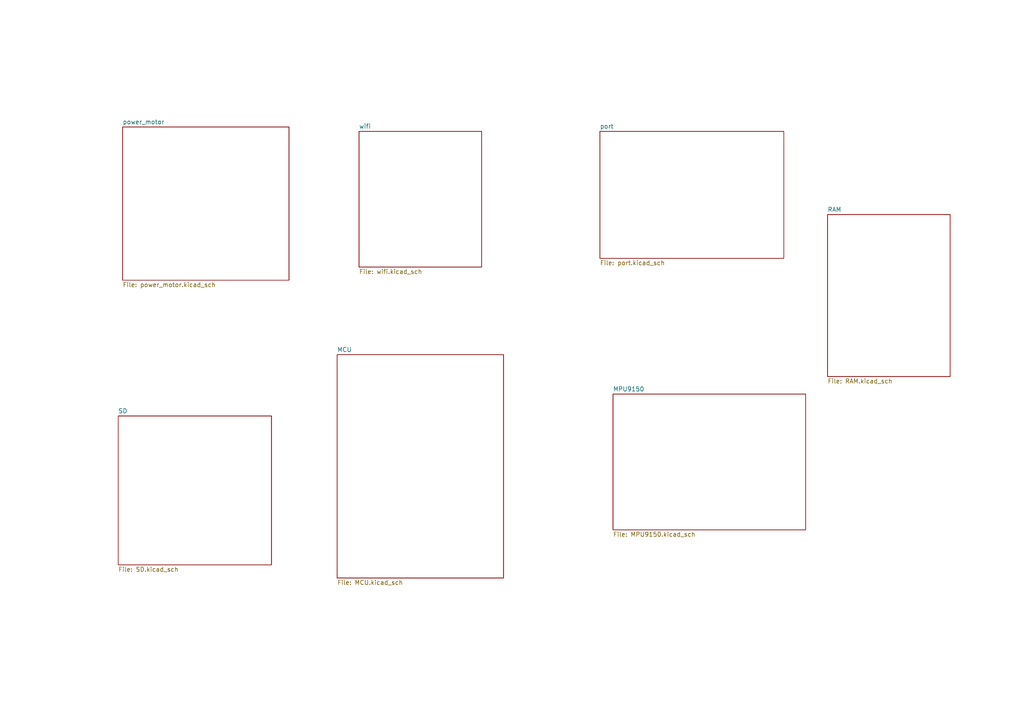
<source format=kicad_sch>
(kicad_sch (version 20211123) (generator eeschema)

  (uuid 0554bea0-89b2-4e25-9ea3-4c73921c94cb)

  (paper "A4")

  (title_block
    (title "Robotic navigation system ")
    (date "2/26/2022")
    (company "Solarwind robotics")
  )

  (lib_symbols
  )


  (sheet (at 173.99 38.1) (size 53.34 36.83) (fields_autoplaced)
    (stroke (width 0.1524) (type solid) (color 0 0 0 0))
    (fill (color 0 0 0 0.0000))
    (uuid 13c2785c-10db-4508-a4db-683298539e15)
    (property "Sheet name" "port" (id 0) (at 173.99 37.3884 0)
      (effects (font (size 1.27 1.27)) (justify left bottom))
    )
    (property "Sheet file" "port.kicad_sch" (id 1) (at 173.99 75.5146 0)
      (effects (font (size 1.27 1.27)) (justify left top))
    )
  )

  (sheet (at 104.14 38.1) (size 35.56 39.37) (fields_autoplaced)
    (stroke (width 0.1524) (type solid) (color 0 0 0 0))
    (fill (color 0 0 0 0.0000))
    (uuid 41810b97-7b19-426d-afae-4569285cab1a)
    (property "Sheet name" "wifi" (id 0) (at 104.14 37.3884 0)
      (effects (font (size 1.27 1.27)) (justify left bottom))
    )
    (property "Sheet file" "wifi.kicad_sch" (id 1) (at 104.14 78.0546 0)
      (effects (font (size 1.27 1.27)) (justify left top))
    )
  )

  (sheet (at 35.56 36.83) (size 48.26 44.45) (fields_autoplaced)
    (stroke (width 0.1524) (type solid) (color 0 0 0 0))
    (fill (color 0 0 0 0.0000))
    (uuid 4a89c2c9-d719-40b9-a2f2-052acfcdacdb)
    (property "Sheet name" "power_motor" (id 0) (at 35.56 36.1184 0)
      (effects (font (size 1.27 1.27)) (justify left bottom))
    )
    (property "Sheet file" "power_motor.kicad_sch" (id 1) (at 35.56 81.8646 0)
      (effects (font (size 1.27 1.27)) (justify left top))
    )
  )

  (sheet (at 177.8 114.3) (size 55.88 39.37) (fields_autoplaced)
    (stroke (width 0.1524) (type solid) (color 0 0 0 0))
    (fill (color 0 0 0 0.0000))
    (uuid 52a3cd93-86cf-4ed6-a12d-f0b62e8fb061)
    (property "Sheet name" "MPU9150" (id 0) (at 177.8 113.5884 0)
      (effects (font (size 1.27 1.27)) (justify left bottom))
    )
    (property "Sheet file" "MPU9150.kicad_sch" (id 1) (at 177.8 154.2546 0)
      (effects (font (size 1.27 1.27)) (justify left top))
    )
  )

  (sheet (at 240.03 62.23) (size 35.56 46.99) (fields_autoplaced)
    (stroke (width 0.1524) (type solid) (color 0 0 0 0))
    (fill (color 0 0 0 0.0000))
    (uuid 5df0c9ca-46f6-4475-a9d1-8444cc18938d)
    (property "Sheet name" "RAM" (id 0) (at 240.03 61.5184 0)
      (effects (font (size 1.27 1.27)) (justify left bottom))
    )
    (property "Sheet file" "RAM.kicad_sch" (id 1) (at 240.03 109.8046 0)
      (effects (font (size 1.27 1.27)) (justify left top))
    )
  )

  (sheet (at 97.79 102.87) (size 48.26 64.77) (fields_autoplaced)
    (stroke (width 0.1524) (type solid) (color 0 0 0 0))
    (fill (color 0 0 0 0.0000))
    (uuid 8a78edc4-8dc5-4e9b-bb29-02afe3cbe73f)
    (property "Sheet name" "MCU" (id 0) (at 97.79 102.1584 0)
      (effects (font (size 1.27 1.27)) (justify left bottom))
    )
    (property "Sheet file" "MCU.kicad_sch" (id 1) (at 97.79 168.2246 0)
      (effects (font (size 1.27 1.27)) (justify left top))
    )
  )

  (sheet (at 34.29 120.65) (size 44.45 43.18) (fields_autoplaced)
    (stroke (width 0.1524) (type solid) (color 0 0 0 0))
    (fill (color 0 0 0 0.0000))
    (uuid 980a298f-6e96-4bf1-85ed-f85d4e326bc7)
    (property "Sheet name" "SD" (id 0) (at 34.29 119.9384 0)
      (effects (font (size 1.27 1.27)) (justify left bottom))
    )
    (property "Sheet file" "SD.kicad_sch" (id 1) (at 34.29 164.4146 0)
      (effects (font (size 1.27 1.27)) (justify left top))
    )
  )

  (sheet_instances
    (path "/" (page "1"))
    (path "/8a78edc4-8dc5-4e9b-bb29-02afe3cbe73f" (page "2"))
    (path "/52a3cd93-86cf-4ed6-a12d-f0b62e8fb061" (page "3"))
    (path "/980a298f-6e96-4bf1-85ed-f85d4e326bc7" (page "4"))
    (path "/41810b97-7b19-426d-afae-4569285cab1a" (page "5"))
    (path "/4a89c2c9-d719-40b9-a2f2-052acfcdacdb" (page "6"))
    (path "/13c2785c-10db-4508-a4db-683298539e15" (page "7"))
    (path "/5df0c9ca-46f6-4475-a9d1-8444cc18938d" (page "8"))
  )

  (symbol_instances
    (path "/8a78edc4-8dc5-4e9b-bb29-02afe3cbe73f/8b688c2f-861b-4108-8969-8b2cf042b57c"
      (reference "#FLG01") (unit 1) (value "PWR_FLAG") (footprint "")
    )
    (path "/13c2785c-10db-4508-a4db-683298539e15/3e2c30b1-d0ea-4c47-aab4-bd6aefd01618"
      (reference "#FLG02") (unit 1) (value "PWR_FLAG") (footprint "")
    )
    (path "/41810b97-7b19-426d-afae-4569285cab1a/01b723ed-01ec-4059-89d9-44c42b4b48da"
      (reference "#FLG0101") (unit 1) (value "PWR_FLAG") (footprint "")
    )
    (path "/4a89c2c9-d719-40b9-a2f2-052acfcdacdb/fca20802-e4ab-4443-95cf-e6c8e5a5ce80"
      (reference "#FLG0102") (unit 1) (value "PWR_FLAG") (footprint "")
    )
    (path "/4a89c2c9-d719-40b9-a2f2-052acfcdacdb/6f7a1842-1643-44d4-95b8-6792de7f1cdb"
      (reference "#FLG0103") (unit 1) (value "PWR_FLAG") (footprint "")
    )
    (path "/8a78edc4-8dc5-4e9b-bb29-02afe3cbe73f/499f544d-2a54-48c1-b95a-04cb4df7b918"
      (reference "#FLG0104") (unit 1) (value "PWR_FLAG") (footprint "")
    )
    (path "/8a78edc4-8dc5-4e9b-bb29-02afe3cbe73f/7240e084-aee8-4754-95a7-da434a3a7ef4"
      (reference "#PWR01") (unit 1) (value "GND") (footprint "")
    )
    (path "/8a78edc4-8dc5-4e9b-bb29-02afe3cbe73f/777152b8-3442-45ef-9900-d8dcffbdbb5f"
      (reference "#PWR02") (unit 1) (value "+3.3V") (footprint "")
    )
    (path "/8a78edc4-8dc5-4e9b-bb29-02afe3cbe73f/736c03f6-5ba4-4aca-ab18-680eb6805fca"
      (reference "#PWR03") (unit 1) (value "GND") (footprint "")
    )
    (path "/8a78edc4-8dc5-4e9b-bb29-02afe3cbe73f/d810ca90-2c17-4398-b3d9-59646d49c27c"
      (reference "#PWR04") (unit 1) (value "GND") (footprint "")
    )
    (path "/8a78edc4-8dc5-4e9b-bb29-02afe3cbe73f/f6c30f41-c9c4-4610-8204-c0f7ccfb8226"
      (reference "#PWR05") (unit 1) (value "+3.3V") (footprint "")
    )
    (path "/8a78edc4-8dc5-4e9b-bb29-02afe3cbe73f/d1274dbe-9568-4c1f-b94e-df134382eb5c"
      (reference "#PWR06") (unit 1) (value "+3.3V") (footprint "")
    )
    (path "/8a78edc4-8dc5-4e9b-bb29-02afe3cbe73f/6f757d76-cd76-488f-b259-b3c18f413ac7"
      (reference "#PWR07") (unit 1) (value "GND") (footprint "")
    )
    (path "/41810b97-7b19-426d-afae-4569285cab1a/20da992a-4464-457a-a9ec-875d8bb9bf71"
      (reference "#PWR08") (unit 1) (value "VBUS") (footprint "")
    )
    (path "/8a78edc4-8dc5-4e9b-bb29-02afe3cbe73f/e862497f-9a8b-4719-bce5-f2a06ebd2561"
      (reference "#PWR09") (unit 1) (value "GND") (footprint "")
    )
    (path "/8a78edc4-8dc5-4e9b-bb29-02afe3cbe73f/a8243c64-869b-4b15-9ca4-a6d99e1fe0c0"
      (reference "#PWR010") (unit 1) (value "GND") (footprint "")
    )
    (path "/8a78edc4-8dc5-4e9b-bb29-02afe3cbe73f/f2e9fc48-aaae-450c-a681-83b83826f172"
      (reference "#PWR012") (unit 1) (value "+3.3V") (footprint "")
    )
    (path "/8a78edc4-8dc5-4e9b-bb29-02afe3cbe73f/55f218d7-9b23-4858-91c9-712e59ee2664"
      (reference "#PWR013") (unit 1) (value "+3.3V") (footprint "")
    )
    (path "/8a78edc4-8dc5-4e9b-bb29-02afe3cbe73f/0661b684-7e3d-42a5-be03-c3908ba0435e"
      (reference "#PWR014") (unit 1) (value "VBUS") (footprint "")
    )
    (path "/8a78edc4-8dc5-4e9b-bb29-02afe3cbe73f/b3dcaf26-ae1c-41a3-9efe-5224c6370f34"
      (reference "#PWR015") (unit 1) (value "+3.3V") (footprint "")
    )
    (path "/8a78edc4-8dc5-4e9b-bb29-02afe3cbe73f/9f20e76a-e96c-4960-bcab-6c3887af2bd0"
      (reference "#PWR016") (unit 1) (value "GND") (footprint "")
    )
    (path "/8a78edc4-8dc5-4e9b-bb29-02afe3cbe73f/f57a61a3-d3a0-4704-9280-582a644044af"
      (reference "#PWR017") (unit 1) (value "GND") (footprint "")
    )
    (path "/8a78edc4-8dc5-4e9b-bb29-02afe3cbe73f/1cc96851-26e9-4eda-9569-09f8006bddc7"
      (reference "#PWR018") (unit 1) (value "+3.3V") (footprint "")
    )
    (path "/8a78edc4-8dc5-4e9b-bb29-02afe3cbe73f/b640847a-cc2f-4a25-bf07-14434ae8ea55"
      (reference "#PWR019") (unit 1) (value "GND") (footprint "")
    )
    (path "/8a78edc4-8dc5-4e9b-bb29-02afe3cbe73f/385d3c45-d712-472d-aeea-72108861a5d9"
      (reference "#PWR020") (unit 1) (value "GND") (footprint "")
    )
    (path "/52a3cd93-86cf-4ed6-a12d-f0b62e8fb061/02a3e16a-c83a-4e48-a193-6709c15c26aa"
      (reference "#PWR021") (unit 1) (value "+3.3V") (footprint "")
    )
    (path "/52a3cd93-86cf-4ed6-a12d-f0b62e8fb061/b708c312-c3d7-4d58-a04b-c307509fec12"
      (reference "#PWR022") (unit 1) (value "GND") (footprint "")
    )
    (path "/980a298f-6e96-4bf1-85ed-f85d4e326bc7/03fab5ba-0187-4554-b41e-88f269d4cf23"
      (reference "#PWR023") (unit 1) (value "+3.3V") (footprint "")
    )
    (path "/41810b97-7b19-426d-afae-4569285cab1a/dbd1ea47-d5d5-4683-a876-5af48b8e32c4"
      (reference "#PWR024") (unit 1) (value "+3.3V") (footprint "")
    )
    (path "/41810b97-7b19-426d-afae-4569285cab1a/508580d5-aa8e-4b89-8081-d687e1ee2adb"
      (reference "#PWR025") (unit 1) (value "GND") (footprint "")
    )
    (path "/41810b97-7b19-426d-afae-4569285cab1a/08b4243c-d282-49c8-88c8-36a22aaf67be"
      (reference "#PWR026") (unit 1) (value "GND") (footprint "")
    )
    (path "/980a298f-6e96-4bf1-85ed-f85d4e326bc7/8012d703-6bc0-466d-a2c2-f474aeac5c96"
      (reference "#PWR027") (unit 1) (value "GND") (footprint "")
    )
    (path "/41810b97-7b19-426d-afae-4569285cab1a/d3117549-10fe-4839-8065-05e2c4e04536"
      (reference "#PWR028") (unit 1) (value "VBUS") (footprint "")
    )
    (path "/13c2785c-10db-4508-a4db-683298539e15/e282c252-f1f6-487a-be87-97f5fdbbd5d4"
      (reference "#PWR029") (unit 1) (value "VBUS") (footprint "")
    )
    (path "/13c2785c-10db-4508-a4db-683298539e15/f9347057-57c1-4c16-8420-4259a4ecff59"
      (reference "#PWR030") (unit 1) (value "+BATT") (footprint "")
    )
    (path "/13c2785c-10db-4508-a4db-683298539e15/eef49958-1161-48bb-ac67-80b460918f65"
      (reference "#PWR031") (unit 1) (value "GND") (footprint "")
    )
    (path "/4a89c2c9-d719-40b9-a2f2-052acfcdacdb/9a478430-ad52-49b5-86b1-3a2045320265"
      (reference "#PWR032") (unit 1) (value "GND") (footprint "")
    )
    (path "/4a89c2c9-d719-40b9-a2f2-052acfcdacdb/766f2ffc-99dd-46ec-ad8e-28f77c1244bd"
      (reference "#PWR033") (unit 1) (value "VBUS") (footprint "")
    )
    (path "/4a89c2c9-d719-40b9-a2f2-052acfcdacdb/959c1a19-9e6f-475c-bec7-5f078cf68cd0"
      (reference "#PWR034") (unit 1) (value "GND") (footprint "")
    )
    (path "/4a89c2c9-d719-40b9-a2f2-052acfcdacdb/b6642143-74eb-443e-9bce-b9ad9b2f99a5"
      (reference "#PWR035") (unit 1) (value "+3.3V") (footprint "")
    )
    (path "/4a89c2c9-d719-40b9-a2f2-052acfcdacdb/a83a1007-314c-4ede-a6a6-32829dfa64ef"
      (reference "#PWR036") (unit 1) (value "GND") (footprint "")
    )
    (path "/4a89c2c9-d719-40b9-a2f2-052acfcdacdb/2a85e071-df0f-499e-8eb7-610dc56310d6"
      (reference "#PWR037") (unit 1) (value "GND") (footprint "")
    )
    (path "/4a89c2c9-d719-40b9-a2f2-052acfcdacdb/9595fdfa-47ee-4f2b-8412-f013f7315fd4"
      (reference "#PWR038") (unit 1) (value "VBUS") (footprint "")
    )
    (path "/4a89c2c9-d719-40b9-a2f2-052acfcdacdb/970a683d-9531-4c94-8306-6f773ad45df6"
      (reference "#PWR039") (unit 1) (value "VBUS") (footprint "")
    )
    (path "/4a89c2c9-d719-40b9-a2f2-052acfcdacdb/2cda8631-9f46-4774-a380-fa4fb6f019e5"
      (reference "#PWR040") (unit 1) (value "GND") (footprint "")
    )
    (path "/4a89c2c9-d719-40b9-a2f2-052acfcdacdb/7ba9a7d4-c6c8-404a-863d-c0e445ccd889"
      (reference "#PWR041") (unit 1) (value "GND") (footprint "")
    )
    (path "/4a89c2c9-d719-40b9-a2f2-052acfcdacdb/fac34988-ec54-4594-85c6-e1f0b46e5b86"
      (reference "#PWR042") (unit 1) (value "GND") (footprint "")
    )
    (path "/13c2785c-10db-4508-a4db-683298539e15/cad660ee-c88e-4d33-ae98-36f5a70a0bcc"
      (reference "#PWR043") (unit 1) (value "GND") (footprint "")
    )
    (path "/13c2785c-10db-4508-a4db-683298539e15/337e0e69-6dea-4c16-bced-815445a31f3b"
      (reference "#PWR044") (unit 1) (value "GND") (footprint "")
    )
    (path "/13c2785c-10db-4508-a4db-683298539e15/07e34ad5-a968-46b2-b5c1-001e823d7fcf"
      (reference "#PWR045") (unit 1) (value "VBUS") (footprint "")
    )
    (path "/13c2785c-10db-4508-a4db-683298539e15/5c5553a3-694f-4ac8-8074-9c5edc17b2d8"
      (reference "#PWR046") (unit 1) (value "GND") (footprint "")
    )
    (path "/4a89c2c9-d719-40b9-a2f2-052acfcdacdb/8c576bc3-b2e9-4c14-8168-157b3cda2c79"
      (reference "#PWR047") (unit 1) (value "GND") (footprint "")
    )
    (path "/13c2785c-10db-4508-a4db-683298539e15/3c32e9d4-23bc-4519-be30-2ab8ee59b7b0"
      (reference "#PWR048") (unit 1) (value "+3.3V") (footprint "")
    )
    (path "/13c2785c-10db-4508-a4db-683298539e15/b204ee96-95bc-49ea-8dd5-442e6aa0d1b4"
      (reference "#PWR049") (unit 1) (value "GND") (footprint "")
    )
    (path "/4a89c2c9-d719-40b9-a2f2-052acfcdacdb/47b5a8a6-104f-472a-8af8-4667aac2e084"
      (reference "#PWR051") (unit 1) (value "VBUS") (footprint "")
    )
    (path "/4a89c2c9-d719-40b9-a2f2-052acfcdacdb/6b97633b-3b3d-462f-afc0-c893e0cfda97"
      (reference "#PWR052") (unit 1) (value "GND") (footprint "")
    )
    (path "/13c2785c-10db-4508-a4db-683298539e15/e997a02f-dee2-4ccd-b846-f82dfa4f86f9"
      (reference "#PWR053") (unit 1) (value "VBUS") (footprint "")
    )
    (path "/5df0c9ca-46f6-4475-a9d1-8444cc18938d/caa3a53f-0e33-4e0f-827d-836d9bb38b7e"
      (reference "#PWR054") (unit 1) (value "+3.3V") (footprint "")
    )
    (path "/5df0c9ca-46f6-4475-a9d1-8444cc18938d/96932363-f391-46de-9938-912a8739d318"
      (reference "#PWR055") (unit 1) (value "GND") (footprint "")
    )
    (path "/5df0c9ca-46f6-4475-a9d1-8444cc18938d/a2b11d9f-8708-4447-97e3-6964d710d398"
      (reference "#PWR056") (unit 1) (value "GND") (footprint "")
    )
    (path "/8a78edc4-8dc5-4e9b-bb29-02afe3cbe73f/63525997-a711-4695-9388-84426081c76e"
      (reference "#PWR057") (unit 1) (value "GND") (footprint "")
    )
    (path "/4a89c2c9-d719-40b9-a2f2-052acfcdacdb/5f42312d-31e4-4316-a473-b535a2b4da97"
      (reference "#PWR063") (unit 1) (value "GND") (footprint "")
    )
    (path "/4a89c2c9-d719-40b9-a2f2-052acfcdacdb/0aa3beed-33f5-4121-ac3c-bfca1445c8a8"
      (reference "#PWR065") (unit 1) (value "VBUS") (footprint "")
    )
    (path "/4a89c2c9-d719-40b9-a2f2-052acfcdacdb/c67c40cd-214e-4852-807f-21c7596825b0"
      (reference "#PWR066") (unit 1) (value "GND") (footprint "")
    )
    (path "/8a78edc4-8dc5-4e9b-bb29-02afe3cbe73f/2c18f9c3-059f-4a07-87a0-af43433fb013"
      (reference "#PWR0101") (unit 1) (value "GND") (footprint "")
    )
    (path "/8a78edc4-8dc5-4e9b-bb29-02afe3cbe73f/114a1e8b-5932-447e-9c0f-3d8e1fbc7d14"
      (reference "#PWR0102") (unit 1) (value "+3.3V") (footprint "")
    )
    (path "/8a78edc4-8dc5-4e9b-bb29-02afe3cbe73f/e9fac2ae-4eab-4afe-af2c-3ae59c15217e"
      (reference "#PWR0103") (unit 1) (value "GND") (footprint "")
    )
    (path "/4a89c2c9-d719-40b9-a2f2-052acfcdacdb/5d1d6688-941c-44e3-a3b4-e4ae8a9b97d6"
      (reference "#PWR0107") (unit 1) (value "+BATT") (footprint "")
    )
    (path "/8a78edc4-8dc5-4e9b-bb29-02afe3cbe73f/94455968-4cb8-4c9b-bfe3-bab567e91d45"
      (reference "C1") (unit 1) (value "100nf") (footprint "Capacitor_SMD:C_0402_1005Metric_Pad0.74x0.62mm_HandSolder")
    )
    (path "/8a78edc4-8dc5-4e9b-bb29-02afe3cbe73f/30a36763-1c08-42a4-8b10-9f8a2cb80617"
      (reference "C2") (unit 1) (value "100nf") (footprint "Capacitor_SMD:C_0402_1005Metric_Pad0.74x0.62mm_HandSolder")
    )
    (path "/8a78edc4-8dc5-4e9b-bb29-02afe3cbe73f/069b2b27-346a-4e03-9f46-a64869d3367a"
      (reference "C3") (unit 1) (value "10p") (footprint "Capacitor_SMD:C_0402_1005Metric_Pad0.74x0.62mm_HandSolder")
    )
    (path "/8a78edc4-8dc5-4e9b-bb29-02afe3cbe73f/eec9e786-acf6-461c-bf1c-0cf8397a696a"
      (reference "C4") (unit 1) (value "10u") (footprint "Capacitor_SMD:C_0603_1608Metric_Pad1.08x0.95mm_HandSolder")
    )
    (path "/8a78edc4-8dc5-4e9b-bb29-02afe3cbe73f/210d7377-76b3-4726-b265-828e9374da8d"
      (reference "C5") (unit 1) (value "100nf") (footprint "Capacitor_SMD:C_0402_1005Metric_Pad0.74x0.62mm_HandSolder")
    )
    (path "/8a78edc4-8dc5-4e9b-bb29-02afe3cbe73f/67ad2abb-954d-42b9-9de5-c3649f52fe28"
      (reference "C6") (unit 1) (value "100nf") (footprint "Capacitor_SMD:C_0402_1005Metric_Pad0.74x0.62mm_HandSolder")
    )
    (path "/8a78edc4-8dc5-4e9b-bb29-02afe3cbe73f/8b41e331-8f0f-424e-8877-c04b6090701c"
      (reference "C7") (unit 1) (value "100nf") (footprint "Capacitor_SMD:C_0402_1005Metric_Pad0.74x0.62mm_HandSolder")
    )
    (path "/8a78edc4-8dc5-4e9b-bb29-02afe3cbe73f/208d70c0-3659-4138-b26c-4188d632b1a8"
      (reference "C8") (unit 1) (value "10p") (footprint "Capacitor_SMD:C_0402_1005Metric_Pad0.74x0.62mm_HandSolder")
    )
    (path "/8a78edc4-8dc5-4e9b-bb29-02afe3cbe73f/f95c6a32-bb04-433f-be44-455d16af8715"
      (reference "C9") (unit 1) (value "10n") (footprint "Capacitor_SMD:C_0402_1005Metric_Pad0.74x0.62mm_HandSolder")
    )
    (path "/8a78edc4-8dc5-4e9b-bb29-02afe3cbe73f/8c64ab9d-dae9-4ee2-ad85-d376af39d6fa"
      (reference "C10") (unit 1) (value "4.7uf") (footprint "Capacitor_SMD:C_0805_2012Metric_Pad1.18x1.45mm_HandSolder")
    )
    (path "/41810b97-7b19-426d-afae-4569285cab1a/d5095408-b39c-4147-bec8-67143e238de2"
      (reference "C11") (unit 1) (value "4.7uf") (footprint "Capacitor_SMD:C_0805_2012Metric_Pad1.18x1.45mm_HandSolder")
    )
    (path "/52a3cd93-86cf-4ed6-a12d-f0b62e8fb061/53abbc81-4fc2-492e-8a58-d8363918c3e7"
      (reference "C12") (unit 1) (value "1u") (footprint "Capacitor_SMD:C_0603_1608Metric_Pad1.08x0.95mm_HandSolder")
    )
    (path "/41810b97-7b19-426d-afae-4569285cab1a/5f5e5570-3d57-4bb5-823b-e1affed520db"
      (reference "C13") (unit 1) (value "100nF") (footprint "Capacitor_SMD:C_0805_2012Metric_Pad1.18x1.45mm_HandSolder")
    )
    (path "/52a3cd93-86cf-4ed6-a12d-f0b62e8fb061/ea730626-31c7-4bf1-a59f-b6656e36b0b3"
      (reference "C14") (unit 1) (value "1u") (footprint "Capacitor_SMD:C_0603_1608Metric_Pad1.08x0.95mm_HandSolder")
    )
    (path "/41810b97-7b19-426d-afae-4569285cab1a/002fc51c-be63-4530-a8ad-239e2be5a71e"
      (reference "C15") (unit 1) (value "4.7uf") (footprint "Capacitor_SMD:C_0805_2012Metric_Pad1.18x1.45mm_HandSolder")
    )
    (path "/41810b97-7b19-426d-afae-4569285cab1a/9521a191-37b0-4fd7-ac06-c403b98e355c"
      (reference "C16") (unit 1) (value "100nF") (footprint "Capacitor_SMD:C_0805_2012Metric_Pad1.18x1.45mm_HandSolder")
    )
    (path "/8a78edc4-8dc5-4e9b-bb29-02afe3cbe73f/926cfb27-8730-472b-8023-8fb404bbcba7"
      (reference "C17") (unit 1) (value "15P") (footprint "Capacitor_SMD:C_0402_1005Metric_Pad0.74x0.62mm_HandSolder")
    )
    (path "/52a3cd93-86cf-4ed6-a12d-f0b62e8fb061/570ef770-32d8-4ee9-9b18-13b9b5c75bb6"
      (reference "C18") (unit 1) (value "1u") (footprint "Capacitor_SMD:C_0603_1608Metric_Pad1.08x0.95mm_HandSolder")
    )
    (path "/52a3cd93-86cf-4ed6-a12d-f0b62e8fb061/1a2eeca1-ef3e-4839-8265-83e9b12615e8"
      (reference "C19") (unit 1) (value "1u") (footprint "Capacitor_SMD:C_0603_1608Metric_Pad1.08x0.95mm_HandSolder")
    )
    (path "/4a89c2c9-d719-40b9-a2f2-052acfcdacdb/5befb34f-3460-4858-8479-4dbd9dc5493d"
      (reference "C20") (unit 1) (value "22u") (footprint "Capacitor_SMD:C_0805_2012Metric_Pad1.18x1.45mm_HandSolder")
    )
    (path "/980a298f-6e96-4bf1-85ed-f85d4e326bc7/6c29bd52-28a0-4410-aa39-8fbeeccaf618"
      (reference "C21") (unit 1) (value "100nf") (footprint "Capacitor_SMD:C_0402_1005Metric_Pad0.74x0.62mm_HandSolder")
    )
    (path "/41810b97-7b19-426d-afae-4569285cab1a/968e6630-2dbb-48e8-867f-710a4c039cc4"
      (reference "C22") (unit 1) (value "100nf") (footprint "Capacitor_SMD:C_0402_1005Metric_Pad0.74x0.62mm_HandSolder")
    )
    (path "/4a89c2c9-d719-40b9-a2f2-052acfcdacdb/c143f064-a3cd-4429-b522-7b50e1ca7561"
      (reference "C23") (unit 1) (value "22u") (footprint "Capacitor_SMD:C_0805_2012Metric_Pad1.18x1.45mm_HandSolder")
    )
    (path "/8a78edc4-8dc5-4e9b-bb29-02afe3cbe73f/1f9fa16e-acf4-45cd-a553-4d6cceff5516"
      (reference "C24") (unit 1) (value "15P") (footprint "Capacitor_SMD:C_0402_1005Metric_Pad0.74x0.62mm_HandSolder")
    )
    (path "/4a89c2c9-d719-40b9-a2f2-052acfcdacdb/082586ae-a057-4075-88a8-a21f054384b1"
      (reference "C25") (unit 1) (value "4.7uf") (footprint "Capacitor_SMD:C_0805_2012Metric_Pad1.18x1.45mm_HandSolder")
    )
    (path "/4a89c2c9-d719-40b9-a2f2-052acfcdacdb/9365338f-4126-4ddb-9df8-1a3ffa3f3c5c"
      (reference "C26") (unit 1) (value "4.7uf") (footprint "Capacitor_SMD:C_0805_2012Metric_Pad1.18x1.45mm_HandSolder")
    )
    (path "/4a89c2c9-d719-40b9-a2f2-052acfcdacdb/9df9c653-adc0-49aa-8dd4-79a63d6d474d"
      (reference "C27") (unit 1) (value "10nF") (footprint "Capacitor_SMD:C_0402_1005Metric_Pad0.74x0.62mm_HandSolder")
    )
    (path "/4a89c2c9-d719-40b9-a2f2-052acfcdacdb/22b97e87-a35e-4418-bfd1-c69842ef0603"
      (reference "C28") (unit 1) (value "10nF") (footprint "Capacitor_SMD:C_0402_1005Metric_Pad0.74x0.62mm_HandSolder")
    )
    (path "/4a89c2c9-d719-40b9-a2f2-052acfcdacdb/ba5eb586-59f5-4d11-9da8-d978e580b4a0"
      (reference "C29") (unit 1) (value "100nF") (footprint "Capacitor_SMD:C_0805_2012Metric_Pad1.18x1.45mm_HandSolder")
    )
    (path "/4a89c2c9-d719-40b9-a2f2-052acfcdacdb/b3c962b7-9648-462e-88be-6f8dfa180825"
      (reference "C30") (unit 1) (value "1nF") (footprint "Capacitor_SMD:C_0603_1608Metric_Pad1.08x0.95mm_HandSolder")
    )
    (path "/4a89c2c9-d719-40b9-a2f2-052acfcdacdb/a2d7aae7-539c-466d-8cca-aff9f7259b29"
      (reference "C31") (unit 1) (value "220UF/50V") (footprint "Capacitor_SMD:C_Elec_10x10.2")
    )
    (path "/4a89c2c9-d719-40b9-a2f2-052acfcdacdb/741c4e02-f87b-4215-90da-c12893529b95"
      (reference "C32") (unit 1) (value "47pF") (footprint "Capacitor_SMD:C_0603_1608Metric_Pad1.08x0.95mm_HandSolder")
    )
    (path "/4a89c2c9-d719-40b9-a2f2-052acfcdacdb/f46536e5-f1e2-41b3-858b-6575e6f470e8"
      (reference "C33") (unit 1) (value "47uF") (footprint "Capacitor_SMD:C_1206_3216Metric_Pad1.33x1.80mm_HandSolder")
    )
    (path "/4a89c2c9-d719-40b9-a2f2-052acfcdacdb/7c0a751d-f2f0-46ce-ae9e-1a62222fcb8c"
      (reference "C34") (unit 1) (value "47uF") (footprint "Capacitor_SMD:C_1206_3216Metric_Pad1.33x1.80mm_HandSolder")
    )
    (path "/4a89c2c9-d719-40b9-a2f2-052acfcdacdb/01076ed7-a853-46e8-b08c-3ee4571e60fd"
      (reference "C35") (unit 1) (value "220UF/50V") (footprint "Capacitor_SMD:C_Elec_10x10.2")
    )
    (path "/4a89c2c9-d719-40b9-a2f2-052acfcdacdb/c788577a-7a75-48aa-9818-fcab45c9e44f"
      (reference "C36") (unit 1) (value "220UF/50V") (footprint "Capacitor_SMD:C_Elec_10x10.2")
    )
    (path "/5df0c9ca-46f6-4475-a9d1-8444cc18938d/4419f8cc-e053-41a9-83fd-46152271eb7c"
      (reference "C37") (unit 1) (value "100nf") (footprint "Capacitor_SMD:C_0402_1005Metric_Pad0.74x0.62mm_HandSolder")
    )
    (path "/8a78edc4-8dc5-4e9b-bb29-02afe3cbe73f/e79d7fb9-a86d-4ab9-b08c-6a3c71d0f5c3"
      (reference "D1") (unit 1) (value "RED") (footprint "LED_SMD:LED_0603_1608Metric")
    )
    (path "/8a78edc4-8dc5-4e9b-bb29-02afe3cbe73f/c0dd9ca7-3116-43a7-a3a7-fc6d1d65d274"
      (reference "D2") (unit 1) (value "SS34") (footprint "Diode_SMD:D_SMA")
    )
    (path "/41810b97-7b19-426d-afae-4569285cab1a/e814650e-6147-4337-8373-caefa3c9532f"
      (reference "D3") (unit 1) (value "D_Dual_Series_CAK_Split") (footprint "Diode_SMD:D_SOD-123")
    )
    (path "/41810b97-7b19-426d-afae-4569285cab1a/bd604e31-aa6d-4105-92b8-23c789c5ec27"
      (reference "D4") (unit 1) (value "D_Dual_Series_CAK_Split") (footprint "Diode_SMD:D_SOD-123")
    )
    (path "/4a89c2c9-d719-40b9-a2f2-052acfcdacdb/a479abc0-3d9b-42c7-9953-d4d2b7099a90"
      (reference "D5") (unit 1) (value "SS54") (footprint "Diode_SMD:D_SMA")
    )
    (path "/4a89c2c9-d719-40b9-a2f2-052acfcdacdb/91d8c6fa-13b4-4134-855c-003d53627f8e"
      (reference "D6") (unit 1) (value "SS34") (footprint "Diode_SMD:D_SMA")
    )
    (path "/4a89c2c9-d719-40b9-a2f2-052acfcdacdb/5cddc709-0145-4e4d-86a8-ed37ec4c9ce6"
      (reference "D7") (unit 1) (value "SS34") (footprint "Diode_SMD:D_SMA")
    )
    (path "/4a89c2c9-d719-40b9-a2f2-052acfcdacdb/98173b29-45b9-48fb-a627-619bd32ade24"
      (reference "D8") (unit 1) (value "SS34") (footprint "Diode_SMD:D_SMA")
    )
    (path "/4a89c2c9-d719-40b9-a2f2-052acfcdacdb/7313690e-c228-44aa-ae41-03352144877e"
      (reference "D9") (unit 1) (value "SS34") (footprint "Diode_SMD:D_SMA")
    )
    (path "/4a89c2c9-d719-40b9-a2f2-052acfcdacdb/70ffadd4-a7a5-4c8b-ae7d-a25045f255ce"
      (reference "D10") (unit 1) (value "SS34") (footprint "Diode_SMD:D_SMA")
    )
    (path "/4a89c2c9-d719-40b9-a2f2-052acfcdacdb/177e2b46-f664-4273-ac52-bee62d01c6c7"
      (reference "D11") (unit 1) (value "SS34") (footprint "Diode_SMD:D_SMA")
    )
    (path "/4a89c2c9-d719-40b9-a2f2-052acfcdacdb/d1be3e42-63ac-4726-8f2f-c865a99d8ae7"
      (reference "D12") (unit 1) (value "SS34") (footprint "Diode_SMD:D_SMA")
    )
    (path "/4a89c2c9-d719-40b9-a2f2-052acfcdacdb/36db4373-419b-42bc-8f76-6ce2a39d0223"
      (reference "D13") (unit 1) (value "SS34") (footprint "Diode_SMD:D_SMA")
    )
    (path "/4a89c2c9-d719-40b9-a2f2-052acfcdacdb/2bc72f03-ea9f-45b8-8712-614cfedd81d7"
      (reference "D14") (unit 1) (value "SS34") (footprint "Diode_SMD:D_SMA")
    )
    (path "/4a89c2c9-d719-40b9-a2f2-052acfcdacdb/3e58c31d-0a87-4ce5-ac61-a6381563e575"
      (reference "D15") (unit 1) (value "SS34") (footprint "Diode_SMD:D_SMA")
    )
    (path "/4a89c2c9-d719-40b9-a2f2-052acfcdacdb/878ac6ac-fc3a-4005-bb87-29cd71fcd60a"
      (reference "D16") (unit 1) (value "SS34") (footprint "Diode_SMD:D_SMA")
    )
    (path "/4a89c2c9-d719-40b9-a2f2-052acfcdacdb/2afb7490-9538-4951-8bfe-f691eec42296"
      (reference "D17") (unit 1) (value "SS34") (footprint "Diode_SMD:D_SMA")
    )
    (path "/4a89c2c9-d719-40b9-a2f2-052acfcdacdb/da2bb33e-3cbe-4fbb-880c-2375a02e66f0"
      (reference "D18") (unit 1) (value "SS34") (footprint "Diode_SMD:D_SMA")
    )
    (path "/4a89c2c9-d719-40b9-a2f2-052acfcdacdb/3ec558a0-2261-4d53-b104-c3945194c70b"
      (reference "D19") (unit 1) (value "SS34") (footprint "Diode_SMD:D_SMA")
    )
    (path "/4a89c2c9-d719-40b9-a2f2-052acfcdacdb/9d06366e-2acc-4397-bda7-d97b25fc4251"
      (reference "D20") (unit 1) (value "SS34") (footprint "Diode_SMD:D_SMA")
    )
    (path "/4a89c2c9-d719-40b9-a2f2-052acfcdacdb/3f54055a-40e1-408d-8a2a-3d7966aab791"
      (reference "D21") (unit 1) (value "SS34") (footprint "Diode_SMD:D_SMA")
    )
    (path "/4a89c2c9-d719-40b9-a2f2-052acfcdacdb/ecb95ee2-ea85-4565-9564-7934a02debbf"
      (reference "D22") (unit 1) (value "SS34") (footprint "Diode_SMD:D_SMA")
    )
    (path "/4a89c2c9-d719-40b9-a2f2-052acfcdacdb/3885b6ba-6dbe-4a1f-b460-f4c2ee254cb6"
      (reference "D23") (unit 1) (value "D_TVS") (footprint "Diode_SMD:D_SMA")
    )
    (path "/4a89c2c9-d719-40b9-a2f2-052acfcdacdb/708e3d19-ea0b-4761-a572-30018d5417b3"
      (reference "D24") (unit 1) (value "D_TVS") (footprint "Diode_SMD:D_SMA")
    )
    (path "/8a78edc4-8dc5-4e9b-bb29-02afe3cbe73f/56a070f3-094f-4d04-8a5a-a6c910dcd524"
      (reference "D25") (unit 1) (value "SP0503BAHT") (footprint "Package_TO_SOT_SMD:SOT-143")
    )
    (path "/13c2785c-10db-4508-a4db-683298539e15/f44d0fd0-6110-4664-89f5-62cd5dc46584"
      (reference "H1") (unit 1) (value "MountingHole") (footprint "MountingHole:MountingHole_2.2mm_M2")
    )
    (path "/13c2785c-10db-4508-a4db-683298539e15/aa63bb77-f547-4438-91ee-e663c938ecbf"
      (reference "H2") (unit 1) (value "MountingHole") (footprint "MountingHole:MountingHole_2.2mm_M2")
    )
    (path "/13c2785c-10db-4508-a4db-683298539e15/84073ab5-430f-47f2-b200-286ac184f43b"
      (reference "H3") (unit 1) (value "MountingHole") (footprint "MountingHole:MountingHole_2.2mm_M2")
    )
    (path "/13c2785c-10db-4508-a4db-683298539e15/56d6706b-c3c4-4062-8eb6-dfeec4822e53"
      (reference "H4") (unit 1) (value "MountingHole") (footprint "MountingHole:MountingHole_2.2mm_M2")
    )
    (path "/980a298f-6e96-4bf1-85ed-f85d4e326bc7/b2e451ad-59b4-4cea-a7ab-354c0a327a26"
      (reference "J1") (unit 1) (value "Micro_SD_Card") (footprint "Connector_Card:SUNTECH_ST-TF-003A")
    )
    (path "/8a78edc4-8dc5-4e9b-bb29-02afe3cbe73f/b6b454da-4517-46b8-a73a-612a0cea58fc"
      (reference "J2") (unit 1) (value "3.3V") (footprint "Connector_PinHeader_2.54mm:PinHeader_1x04_P2.54mm_Vertical")
    )
    (path "/8a78edc4-8dc5-4e9b-bb29-02afe3cbe73f/3d8e4781-bbb2-48dd-aa02-b28300ef5d12"
      (reference "J3") (unit 1) (value "3.3V") (footprint "Connector_PinHeader_2.54mm:PinHeader_1x04_P2.54mm_Vertical")
    )
    (path "/8a78edc4-8dc5-4e9b-bb29-02afe3cbe73f/2638b2dc-db99-4b3b-bea6-b2d801b3e56c"
      (reference "J4") (unit 1) (value "USB_B_Micro") (footprint "Connector_USB:USB_Micro-B_Amphenol_10118194_Horizontal")
    )
    (path "/13c2785c-10db-4508-a4db-683298539e15/42acc9a0-d1b8-43fa-9bbb-8800642e6d0f"
      (reference "J5") (unit 1) (value "SVG") (footprint "Connector_PinHeader_2.54mm:PinHeader_1x03_P2.54mm_Vertical")
    )
    (path "/13c2785c-10db-4508-a4db-683298539e15/538c67e3-ea25-4644-a03a-c9fecdf5be72"
      (reference "J6") (unit 1) (value "SVG") (footprint "Connector_PinHeader_2.54mm:PinHeader_1x03_P2.54mm_Vertical")
    )
    (path "/13c2785c-10db-4508-a4db-683298539e15/7c2b5d43-df0e-45f3-9932-085d961c810d"
      (reference "J7") (unit 1) (value "+/GND") (footprint "TerminalBlock_Phoenix:TerminalBlock_Phoenix_MPT-0,5-2-2.54_1x02_P2.54mm_Horizontal")
    )
    (path "/13c2785c-10db-4508-a4db-683298539e15/7a254fe0-2e3d-4757-94a8-e8063c9b286a"
      (reference "J8") (unit 1) (value "1+1-2+2-") (footprint "TerminalBlock_Phoenix:TerminalBlock_Phoenix_MPT-0,5-4-2.54_1x04_P2.54mm_Horizontal")
    )
    (path "/13c2785c-10db-4508-a4db-683298539e15/7cf75264-29e7-4e7d-978d-d3801bc8009f"
      (reference "J9") (unit 1) (value "3+3-4+4-") (footprint "TerminalBlock_Phoenix:TerminalBlock_Phoenix_MPT-0,5-4-2.54_1x04_P2.54mm_Horizontal")
    )
    (path "/13c2785c-10db-4508-a4db-683298539e15/2cb39711-2bec-416a-ac55-a5bd8412ac4c"
      (reference "J10") (unit 1) (value "SVG") (footprint "Connector_PinHeader_2.54mm:PinHeader_1x03_P2.54mm_Vertical")
    )
    (path "/13c2785c-10db-4508-a4db-683298539e15/c1c70c5c-a1d4-4b37-aee3-3c7878cdc414"
      (reference "J11") (unit 1) (value "3.3V,NS,SCK,MI,MO,GND") (footprint "Connector_PinHeader_2.54mm:PinHeader_1x06_P2.54mm_Vertical")
    )
    (path "/13c2785c-10db-4508-a4db-683298539e15/c48cfa87-d7ce-4dfd-a3f5-405cb7b501f2"
      (reference "J13") (unit 1) (value "Conn_01x04_Male") (footprint "Connector_PinHeader_2.54mm:PinHeader_1x04_P2.54mm_Vertical")
    )
    (path "/4a89c2c9-d719-40b9-a2f2-052acfcdacdb/c4aa7817-19cc-43cb-a516-261dc697a496"
      (reference "L1") (unit 1) (value "6.8UH") (footprint "Inductor_SMD:L_Sunlord_MWSA0518_5.4x5.2mm")
    )
    (path "/41810b97-7b19-426d-afae-4569285cab1a/00a5c610-7db5-4fcc-b751-506cbb481f68"
      (reference "Q1") (unit 1) (value "S8050") (footprint "Package_TO_SOT_SMD:SOT-23")
    )
    (path "/41810b97-7b19-426d-afae-4569285cab1a/8cbf0018-b204-40ab-8bf9-df367e82fc81"
      (reference "Q2") (unit 1) (value "S8050") (footprint "Package_TO_SOT_SMD:SOT-23")
    )
    (path "/8a78edc4-8dc5-4e9b-bb29-02afe3cbe73f/c04eb870-3299-4363-8083-244434ea0ed6"
      (reference "R1") (unit 1) (value "10K") (footprint "Resistor_SMD:R_0402_1005Metric_Pad0.72x0.64mm_HandSolder")
    )
    (path "/8a78edc4-8dc5-4e9b-bb29-02afe3cbe73f/7e15a7d1-fbe6-4fee-93c9-d145a16e37e3"
      (reference "R2") (unit 1) (value "3k3") (footprint "Resistor_SMD:R_0603_1608Metric_Pad0.98x0.95mm_HandSolder")
    )
    (path "/8a78edc4-8dc5-4e9b-bb29-02afe3cbe73f/82077d7c-e755-46dd-9c3d-b9c5efd72522"
      (reference "R3") (unit 1) (value "3k3") (footprint "Resistor_SMD:R_0603_1608Metric_Pad0.98x0.95mm_HandSolder")
    )
    (path "/8a78edc4-8dc5-4e9b-bb29-02afe3cbe73f/62823ee5-ed34-46f8-8cab-52b880ee9460"
      (reference "R4") (unit 1) (value "1K5") (footprint "Resistor_SMD:R_0603_1608Metric_Pad0.98x0.95mm_HandSolder")
    )
    (path "/8a78edc4-8dc5-4e9b-bb29-02afe3cbe73f/8770d0aa-2413-4302-a81c-45e46303c94e"
      (reference "R5") (unit 1) (value "1K5") (footprint "Resistor_SMD:R_0603_1608Metric_Pad0.98x0.95mm_HandSolder")
    )
    (path "/52a3cd93-86cf-4ed6-a12d-f0b62e8fb061/3082a33b-c968-4ab7-9347-8288ef32e7f0"
      (reference "R6") (unit 1) (value "10K") (footprint "Resistor_SMD:R_0402_1005Metric_Pad0.72x0.64mm_HandSolder")
    )
    (path "/52a3cd93-86cf-4ed6-a12d-f0b62e8fb061/5a62c5e9-cba9-4580-a45a-bbd64b8dc6ae"
      (reference "R7") (unit 1) (value "10K") (footprint "Resistor_SMD:R_0402_1005Metric_Pad0.72x0.64mm_HandSolder")
    )
    (path "/980a298f-6e96-4bf1-85ed-f85d4e326bc7/f08c59bd-e689-46a0-9816-6c98c3d68619"
      (reference "R8") (unit 1) (value "10K") (footprint "Resistor_SMD:R_0402_1005Metric_Pad0.72x0.64mm_HandSolder")
    )
    (path "/980a298f-6e96-4bf1-85ed-f85d4e326bc7/a76078bc-bed3-4f11-8cfb-411ca9ebde85"
      (reference "R9") (unit 1) (value "10K") (footprint "Resistor_SMD:R_0402_1005Metric_Pad0.72x0.64mm_HandSolder")
    )
    (path "/980a298f-6e96-4bf1-85ed-f85d4e326bc7/f9ebb3ff-4800-4b5b-ac89-3e865d5f73b5"
      (reference "R10") (unit 1) (value "10K") (footprint "Resistor_SMD:R_0402_1005Metric_Pad0.72x0.64mm_HandSolder")
    )
    (path "/41810b97-7b19-426d-afae-4569285cab1a/a6dbfc99-5864-4ab9-a233-c932e40b274f"
      (reference "R11") (unit 1) (value "10K") (footprint "Resistor_SMD:R_0402_1005Metric_Pad0.72x0.64mm_HandSolder")
    )
    (path "/41810b97-7b19-426d-afae-4569285cab1a/87e1a2f6-7c55-4e53-accf-4a24a2e3ebea"
      (reference "R12") (unit 1) (value "10K") (footprint "Resistor_SMD:R_0402_1005Metric_Pad0.72x0.64mm_HandSolder")
    )
    (path "/41810b97-7b19-426d-afae-4569285cab1a/29b35a6c-3393-4104-bd10-f5b5e887e0cc"
      (reference "R13") (unit 1) (value "10K") (footprint "Resistor_SMD:R_0402_1005Metric_Pad0.72x0.64mm_HandSolder")
    )
    (path "/41810b97-7b19-426d-afae-4569285cab1a/c9e4f870-a9a7-43e8-8e36-41dfcea7bf5d"
      (reference "R14") (unit 1) (value "10K") (footprint "Resistor_SMD:R_0402_1005Metric_Pad0.72x0.64mm_HandSolder")
    )
    (path "/41810b97-7b19-426d-afae-4569285cab1a/037afa3b-ed00-471b-a127-c9c31a3b48b0"
      (reference "R15") (unit 1) (value "10K") (footprint "Resistor_SMD:R_0402_1005Metric_Pad0.72x0.64mm_HandSolder")
    )
    (path "/41810b97-7b19-426d-afae-4569285cab1a/6303f862-0904-487d-ac0b-9a56d29222cd"
      (reference "R16") (unit 1) (value "10K") (footprint "Resistor_SMD:R_0402_1005Metric_Pad0.72x0.64mm_HandSolder")
    )
    (path "/41810b97-7b19-426d-afae-4569285cab1a/c6c8d7df-8c47-40de-84b7-5029b83c58b0"
      (reference "R17") (unit 1) (value "10K") (footprint "Resistor_SMD:R_0402_1005Metric_Pad0.72x0.64mm_HandSolder")
    )
    (path "/4a89c2c9-d719-40b9-a2f2-052acfcdacdb/232dc8de-b352-43be-abea-aea8638141f4"
      (reference "R18") (unit 1) (value "68K") (footprint "Resistor_SMD:R_0603_1608Metric_Pad0.98x0.95mm_HandSolder")
    )
    (path "/4a89c2c9-d719-40b9-a2f2-052acfcdacdb/fef4f556-e008-4e35-a0ee-43da7f2f7b9f"
      (reference "R19") (unit 1) (value "330K") (footprint "Resistor_SMD:R_0603_1608Metric_Pad0.98x0.95mm_HandSolder")
    )
    (path "/4a89c2c9-d719-40b9-a2f2-052acfcdacdb/e44d8edb-e3da-4f22-ad7a-b5f3531cc520"
      (reference "R20") (unit 1) (value "30K") (footprint "Resistor_SMD:R_0603_1608Metric_Pad0.98x0.95mm_HandSolder")
    )
    (path "/8a78edc4-8dc5-4e9b-bb29-02afe3cbe73f/3609f2a2-f55d-4c37-a5bd-67b83355d937"
      (reference "R21") (unit 1) (value "10K") (footprint "Resistor_SMD:R_0603_1608Metric_Pad0.98x0.95mm_HandSolder")
    )
    (path "/4a89c2c9-d719-40b9-a2f2-052acfcdacdb/83d3e5d6-046b-4695-b5f8-27c9e21d7814"
      (reference "R22") (unit 1) (value "4k7") (footprint "Resistor_SMD:R_0805_2012Metric_Pad1.20x1.40mm_HandSolder")
    )
    (path "/4a89c2c9-d719-40b9-a2f2-052acfcdacdb/0734403e-a203-4ca1-9abb-2ffd5303328f"
      (reference "R23") (unit 1) (value "4k7") (footprint "Resistor_SMD:R_0805_2012Metric_Pad1.20x1.40mm_HandSolder")
    )
    (path "/4a89c2c9-d719-40b9-a2f2-052acfcdacdb/afdf630f-3615-4960-a998-264782678794"
      (reference "R24") (unit 1) (value "4k7") (footprint "Resistor_SMD:R_0805_2012Metric_Pad1.20x1.40mm_HandSolder")
    )
    (path "/4a89c2c9-d719-40b9-a2f2-052acfcdacdb/647839a3-84e3-4a99-ae58-8f771c5b28a4"
      (reference "R25") (unit 1) (value "4k7") (footprint "Resistor_SMD:R_0805_2012Metric_Pad1.20x1.40mm_HandSolder")
    )
    (path "/4a89c2c9-d719-40b9-a2f2-052acfcdacdb/3ce13c64-56cb-468c-8a41-c701d4fbb308"
      (reference "R26") (unit 1) (value "4k7") (footprint "Resistor_SMD:R_0805_2012Metric_Pad1.20x1.40mm_HandSolder")
    )
    (path "/4a89c2c9-d719-40b9-a2f2-052acfcdacdb/d1c8efa6-405e-4bd7-ab07-dce302b1087f"
      (reference "R27") (unit 1) (value "4k7") (footprint "Resistor_SMD:R_0805_2012Metric_Pad1.20x1.40mm_HandSolder")
    )
    (path "/4a89c2c9-d719-40b9-a2f2-052acfcdacdb/f1d75d74-7467-4696-a85d-d4ac600bbccb"
      (reference "R28") (unit 1) (value "4k7") (footprint "Resistor_SMD:R_0805_2012Metric_Pad1.20x1.40mm_HandSolder")
    )
    (path "/4a89c2c9-d719-40b9-a2f2-052acfcdacdb/f81042f7-e227-461a-8b04-8bf2ddb2512c"
      (reference "R29") (unit 1) (value "4k7") (footprint "Resistor_SMD:R_0805_2012Metric_Pad1.20x1.40mm_HandSolder")
    )
    (path "/41810b97-7b19-426d-afae-4569285cab1a/4fb78fd0-27e4-4f77-8b37-102a8dc5dd63"
      (reference "R30") (unit 1) (value "20K") (footprint "Resistor_SMD:R_0603_1608Metric_Pad0.98x0.95mm_HandSolder")
    )
    (path "/41810b97-7b19-426d-afae-4569285cab1a/c7a6d57d-7e85-45b0-93b7-d852efeffd86"
      (reference "R31") (unit 1) (value "40K") (footprint "Resistor_SMD:R_0603_1608Metric_Pad0.98x0.95mm_HandSolder")
    )
    (path "/4a89c2c9-d719-40b9-a2f2-052acfcdacdb/81d2e7d8-a45b-4f54-98b1-234db997644e"
      (reference "R32") (unit 1) (value "4k7") (footprint "Resistor_SMD:R_0805_2012Metric_Pad1.20x1.40mm_HandSolder")
    )
    (path "/4a89c2c9-d719-40b9-a2f2-052acfcdacdb/4deb8447-d130-4b7b-8362-fc2c46c20c26"
      (reference "R33") (unit 1) (value "9K") (footprint "Resistor_SMD:R_0603_1608Metric_Pad0.98x0.95mm_HandSolder")
    )
    (path "/4a89c2c9-d719-40b9-a2f2-052acfcdacdb/e0e418aa-09e3-4946-88bb-7751787e3238"
      (reference "R34") (unit 1) (value "10K") (footprint "Resistor_SMD:R_0603_1608Metric_Pad0.98x0.95mm_HandSolder")
    )
    (path "/4a89c2c9-d719-40b9-a2f2-052acfcdacdb/60175894-0917-4601-93b8-35aac0ee7ebc"
      (reference "R35") (unit 1) (value "3K6") (footprint "Resistor_SMD:R_0402_1005Metric_Pad0.72x0.64mm_HandSolder")
    )
    (path "/5df0c9ca-46f6-4475-a9d1-8444cc18938d/5e5eb6c0-297d-448e-a2b8-85b9decbdd7e"
      (reference "R36") (unit 1) (value "10K") (footprint "Resistor_SMD:R_0603_1608Metric_Pad0.98x0.95mm_HandSolder")
    )
    (path "/5df0c9ca-46f6-4475-a9d1-8444cc18938d/cf5fc289-f648-4b87-b433-3a697e042445"
      (reference "R37") (unit 1) (value "1K5") (footprint "Resistor_SMD:R_0603_1608Metric_Pad0.98x0.95mm_HandSolder")
    )
    (path "/5df0c9ca-46f6-4475-a9d1-8444cc18938d/f846a415-d0bf-4a59-8df3-19661627a82e"
      (reference "R38") (unit 1) (value "10K") (footprint "Resistor_SMD:R_0603_1608Metric_Pad0.98x0.95mm_HandSolder")
    )
    (path "/5df0c9ca-46f6-4475-a9d1-8444cc18938d/64ad39ff-e6ba-4e6c-91c4-7bb1313a9f12"
      (reference "R39") (unit 1) (value "10K") (footprint "Resistor_SMD:R_0603_1608Metric_Pad0.98x0.95mm_HandSolder")
    )
    (path "/8a78edc4-8dc5-4e9b-bb29-02afe3cbe73f/1148af92-3324-4b21-88b3-a034115f18c7"
      (reference "R40") (unit 1) (value "10K") (footprint "Resistor_SMD:R_0402_1005Metric_Pad0.72x0.64mm_HandSolder")
    )
    (path "/41810b97-7b19-426d-afae-4569285cab1a/b996fc80-804c-49ec-9e86-163ac873c867"
      (reference "R41") (unit 1) (value "10K") (footprint "Resistor_SMD:R_0402_1005Metric_Pad0.72x0.64mm_HandSolder")
    )
    (path "/8a78edc4-8dc5-4e9b-bb29-02afe3cbe73f/2305f666-b612-47f3-9f1a-56767031fc59"
      (reference "SW1") (unit 1) (value "SW_SPDT") (footprint "Button_Switch_SMD:SW_SPDT_PCM12")
    )
    (path "/41810b97-7b19-426d-afae-4569285cab1a/08ebbfa7-40a7-4296-9c2e-1cb73819b52e"
      (reference "SW2") (unit 1) (value "SW_Push") (footprint "Button_Switch_SMD:SW_SPST_SKQG_WithoutStem")
    )
    (path "/41810b97-7b19-426d-afae-4569285cab1a/9c815e40-ede6-4ceb-8e53-df1c95237065"
      (reference "SW3") (unit 1) (value "SW_Push") (footprint "Button_Switch_SMD:SW_SPST_SKQG_WithoutStem")
    )
    (path "/8a78edc4-8dc5-4e9b-bb29-02afe3cbe73f/960b9b90-05af-4071-902f-afa88ee1c6a6"
      (reference "SW4") (unit 1) (value "SW_Push") (footprint "Button_Switch_SMD:SW_SPST_SKQG_WithoutStem")
    )
    (path "/8a78edc4-8dc5-4e9b-bb29-02afe3cbe73f/0bceb575-b936-4049-808f-1aefb61efd77"
      (reference "U1") (unit 1) (value "STM32F401CCUx") (footprint "Package_DFN_QFN:QFN-48-1EP_7x7mm_P0.5mm_EP5.6x5.6mm")
    )
    (path "/52a3cd93-86cf-4ed6-a12d-f0b62e8fb061/34e21e59-7d72-4efb-92bf-2065b72b10c6"
      (reference "U2") (unit 1) (value "MPU-9150") (footprint "Sensor_Motion:InvenSense_QFN-24_4x4mm_P0.5mm")
    )
    (path "/41810b97-7b19-426d-afae-4569285cab1a/39d4d534-3997-4fb4-b0b6-d0e644ff29b2"
      (reference "U3") (unit 1) (value "ESP-12F") (footprint "RF_Module:ESP-12E")
    )
    (path "/41810b97-7b19-426d-afae-4569285cab1a/7c3556d2-1b57-4612-b2e0-4391d601a97c"
      (reference "U4") (unit 1) (value "CP2102N-Axx-xQFN28") (footprint "Package_DFN_QFN:QFN-28-1EP_5x5mm_P0.5mm_EP3.35x3.35mm")
    )
    (path "/4a89c2c9-d719-40b9-a2f2-052acfcdacdb/a98ccae2-1ca6-4db9-962e-d363398318b3"
      (reference "U5") (unit 1) (value "TPS54331D") (footprint "libraries:SOIC127P599X175-8N")
    )
    (path "/5df0c9ca-46f6-4475-a9d1-8444cc18938d/98ca443a-af86-4e54-9430-a59aaeca125f"
      (reference "U6") (unit 1) (value "W25Q128JVSa") (footprint "Package_SO:SOIC-8_5.23x5.23mm_P1.27mm")
    )
    (path "/4a89c2c9-d719-40b9-a2f2-052acfcdacdb/24747643-38a6-48e8-985a-e5344885ee90"
      (reference "U7") (unit 1) (value "AMS1117-3.3") (footprint "Package_TO_SOT_SMD:SOT-223-3_TabPin2")
    )
    (path "/4a89c2c9-d719-40b9-a2f2-052acfcdacdb/2afcbf67-620a-472a-964b-38242a5f2621"
      (reference "U8") (unit 1) (value "L298N") (footprint "libraries:TO127P2020X500X2100-15")
    )
    (path "/4a89c2c9-d719-40b9-a2f2-052acfcdacdb/de5893a8-2200-4946-a35c-b9528c589728"
      (reference "U9") (unit 1) (value "L298N") (footprint "libraries:TO127P2020X500X2100-15")
    )
    (path "/4a89c2c9-d719-40b9-a2f2-052acfcdacdb/1180f33e-f224-4439-92e9-4a12a9c6cc68"
      (reference "U10") (unit 1) (value "74HC595") (footprint "Package_SO:SOIC-16_3.9x9.9mm_P1.27mm")
    )
    (path "/8a78edc4-8dc5-4e9b-bb29-02afe3cbe73f/f58b7e1b-eb36-4ff0-9e1c-0aad2445fd04"
      (reference "Y1") (unit 1) (value "16MHZ") (footprint "Crystal:Crystal_SMD_3225-4Pin_3.2x2.5mm")
    )
    (path "/8a78edc4-8dc5-4e9b-bb29-02afe3cbe73f/eb90b0ac-9bd2-459f-b745-b92ad2a10d5e"
      (reference "Y2") (unit 1) (value "Crystal") (footprint "Crystal:Crystal_SMD_3215-2Pin_3.2x1.5mm")
    )
  )
)

</source>
